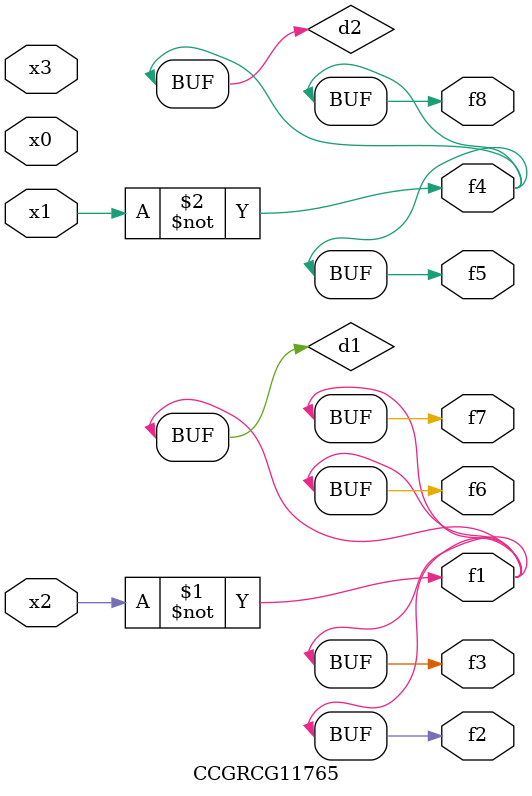
<source format=v>
module CCGRCG11765(
	input x0, x1, x2, x3,
	output f1, f2, f3, f4, f5, f6, f7, f8
);

	wire d1, d2;

	xnor (d1, x2);
	not (d2, x1);
	assign f1 = d1;
	assign f2 = d1;
	assign f3 = d1;
	assign f4 = d2;
	assign f5 = d2;
	assign f6 = d1;
	assign f7 = d1;
	assign f8 = d2;
endmodule

</source>
